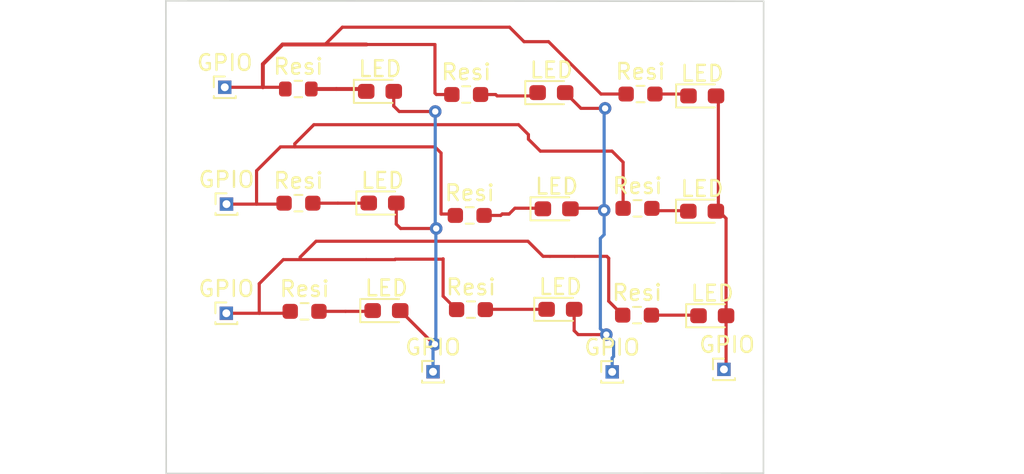
<source format=kicad_pcb>
(kicad_pcb (version 20211014) (generator pcbnew)
  (layers (0 "F.Cu" signal) (31 "B.Cu" signal) (34 "B.Paste" user) (35 "F.Paste" user) (36 "B.SilkS" user "B.Silkscreen") (37 "F.SilkS" user "F.Silkscreen") (38 "B.Mask" user) (39 "F.Mask" user) (44 "Edge.Cuts" user))
  (net 0 "")
  (footprint "Connector_PinHeader_1.00mm:PinHeader_1x01_P1.00mm_Vertical" (layer "F.Cu") (at 82.9 48.48)
    (fp_text reference "GPIO" (at 0 -1.56) (layer "F.SilkS"))
    (fp_text value "PinHeader_1x01_P1.00mm_Vertical")
    (fp_line (start -0.695 0.685) (end -0.695 0.56) (layer "F.SilkS") (width 0.12))
    (fp_line (start -0.695 0.685) (end -0.608276 0.685) (layer "F.SilkS") (width 0.12))
    (fp_line (start -0.695 0.685) (end 0.695 0.685) (layer "F.SilkS") (width 0.12))
    (fp_line (start 0.695 0.685) (end 0.695 0.56) (layer "F.SilkS") (width 0.12))
    (fp_line (start -0.695 -0.685) (end 0 -0.685) (layer "F.SilkS") (width 0.12))
    (fp_line (start 0.608276 0.685) (end 0.695 0.685) (layer "F.SilkS") (width 0.12))
    (fp_line (start -0.695 0) (end -0.695 -0.685) (layer "F.SilkS") (width 0.12))
    (pad "1" thru_hole rect (at 0 0) (size 0.85 0.85) (drill 0.5) (layers *.Cu *.Mask))
  )
  (footprint "LED_SMD:LED_0603_1608Metric_Pad1.05x0.95mm_HandSolder" (layer "F.Cu") (at 103.9825 56.21)
    (fp_text reference "LED" (at 0 -1.43) (layer "F.SilkS"))
    (fp_text value "LED_0603_1608Metric_Pad1.05x0.95mm_HandSolder")
    (fp_line (start -1.66 0.735) (end 0.8 0.735) (layer "F.SilkS") (width 0.12))
    (fp_line (start 0.8 -0.735) (end -1.66 -0.735) (layer "F.SilkS") (width 0.12))
    (fp_line (start -1.66 -0.735) (end -1.66 0.735) (layer "F.SilkS") (width 0.12))
    (pad "1" smd roundrect (at -0.875 0) (size 1.05 0.95) (layers "F.Cu" "F.Paste" "F.Mask"))
    (pad "2" smd roundrect (at 0.875 0) (size 1.05 0.95) (layers "F.Cu" "F.Paste" "F.Mask"))
  )
  (footprint "LED_SMD:LED_0603_1608Metric_Pad1.05x0.95mm_HandSolder" (layer "F.Cu") (at 113.2325 49.03)
    (fp_text reference "LED" (at 0 -1.43) (layer "F.SilkS"))
    (fp_text value "LED_0603_1608Metric_Pad1.05x0.95mm_HandSolder")
    (fp_line (start -1.66 -0.735) (end -1.66 0.735) (layer "F.SilkS") (width 0.12))
    (fp_line (start 0.8 -0.735) (end -1.66 -0.735) (layer "F.SilkS") (width 0.12))
    (fp_line (start -1.66 0.735) (end 0.8 0.735) (layer "F.SilkS") (width 0.12))
    (pad "1" smd roundrect (at -0.875 0) (size 1.05 0.95) (layers "F.Cu" "F.Paste" "F.Mask"))
    (pad "2" smd roundrect (at 0.875 0) (size 1.05 0.95) (layers "F.Cu" "F.Paste" "F.Mask"))
  )
  (footprint "LED_SMD:LED_0603_1608Metric_Pad1.05x0.95mm_HandSolder" (layer "F.Cu") (at 92.76 48.74)
    (fp_text reference "LED" (at 0 -1.43) (layer "F.SilkS"))
    (fp_text value "LED_0603_1608Metric_Pad1.05x0.95mm_HandSolder")
    (fp_line (start -1.66 0.735) (end 0.8 0.735) (layer "F.SilkS") (width 0.12))
    (fp_line (start 0.8 -0.735) (end -1.66 -0.735) (layer "F.SilkS") (width 0.12))
    (fp_line (start -1.66 -0.735) (end -1.66 0.735) (layer "F.SilkS") (width 0.12))
    (pad "1" smd roundrect (at -0.875 0) (size 1.05 0.95) (layers "F.Cu" "F.Paste" "F.Mask"))
    (pad "2" smd roundrect (at 0.875 0) (size 1.05 0.95) (layers "F.Cu" "F.Paste" "F.Mask"))
  )
  (footprint "Resistor_SMD:R_0603_1608Metric_Pad0.98x0.95mm_HandSolder" (layer "F.Cu") (at 98.2375 48.94)
    (fp_text reference "Resi" (at 0 -1.43) (layer "F.SilkS"))
    (fp_text value "R_0603_1608Metric_Pad0.98x0.95mm_HandSolder")
    (fp_line (start -0.254724 0.5225) (end 0.254724 0.5225) (layer "F.SilkS") (width 0.12))
    (fp_line (start -0.254724 -0.5225) (end 0.254724 -0.5225) (layer "F.SilkS") (width 0.12))
    (pad "1" smd roundrect (at -0.9125 0) (size 0.975 0.95) (layers "F.Cu" "F.Paste" "F.Mask"))
    (pad "2" smd roundrect (at 0.9125 0) (size 0.975 0.95) (layers "F.Cu" "F.Paste" "F.Mask"))
  )
  (footprint "LED_SMD:LED_0603_1608Metric_Pad1.05x0.95mm_HandSolder" (layer "F.Cu") (at 104.22 62.6)
    (fp_text reference "LED" (at 0 -1.43) (layer "F.SilkS"))
    (fp_text value "LED_0603_1608Metric_Pad1.05x0.95mm_HandSolder")
    (fp_line (start 0.8 -0.735) (end -1.66 -0.735) (layer "F.SilkS") (width 0.12))
    (fp_line (start -1.66 -0.735) (end -1.66 0.735) (layer "F.SilkS") (width 0.12))
    (fp_line (start -1.66 0.735) (end 0.8 0.735) (layer "F.SilkS") (width 0.12))
    (pad "1" smd roundrect (at -0.875 0) (size 1.05 0.95) (layers "F.Cu" "F.Paste" "F.Mask"))
    (pad "2" smd roundrect (at 0.875 0) (size 1.05 0.95) (layers "F.Cu" "F.Paste" "F.Mask"))
  )
  (footprint "Resistor_SMD:R_0603_1608Metric_Pad0.98x0.95mm_HandSolder" (layer "F.Cu") (at 87.97 62.73)
    (fp_text reference "Resi" (at 0 -1.43) (layer "F.SilkS"))
    (fp_text value "R_0603_1608Metric_Pad0.98x0.95mm_HandSolder")
    (fp_line (start -0.254724 -0.5225) (end 0.254724 -0.5225) (layer "F.SilkS") (width 0.12))
    (fp_line (start -0.254724 0.5225) (end 0.254724 0.5225) (layer "F.SilkS") (width 0.12))
    (pad "1" smd roundrect (at -0.9125 0) (size 0.975 0.95) (layers "F.Cu" "F.Paste" "F.Mask"))
    (pad "2" smd roundrect (at 0.9125 0) (size 0.975 0.95) (layers "F.Cu" "F.Paste" "F.Mask"))
  )
  (footprint "Resistor_SMD:R_0603_1608Metric_Pad0.98x0.95mm_HandSolder" (layer "F.Cu") (at 109.1175 56.18)
    (fp_text reference "Resi" (at 0 -1.43) (layer "F.SilkS"))
    (fp_text value "R_0603_1608Metric_Pad0.98x0.95mm_HandSolder")
    (fp_line (start -0.254724 0.5225) (end 0.254724 0.5225) (layer "F.SilkS") (width 0.12))
    (fp_line (start -0.254724 -0.5225) (end 0.254724 -0.5225) (layer "F.SilkS") (width 0.12))
    (pad "1" smd roundrect (at -0.9125 0) (size 0.975 0.95) (layers "F.Cu" "F.Paste" "F.Mask"))
    (pad "2" smd roundrect (at 0.9125 0) (size 0.975 0.95) (layers "F.Cu" "F.Paste" "F.Mask"))
  )
  (footprint "Resistor_SMD:R_0603_1608Metric_Pad0.98x0.95mm_HandSolder" (layer "F.Cu") (at 98.46 56.63)
    (fp_text reference "Resi" (at 0 -1.43) (layer "F.SilkS"))
    (fp_text value "R_0603_1608Metric_Pad0.98x0.95mm_HandSolder")
    (fp_line (start -0.254724 0.5225) (end 0.254724 0.5225) (layer "F.SilkS") (width 0.12))
    (fp_line (start -0.254724 -0.5225) (end 0.254724 -0.5225) (layer "F.SilkS") (width 0.12))
    (pad "1" smd roundrect (at -0.9125 0) (size 0.975 0.95) (layers "F.Cu" "F.Paste" "F.Mask"))
    (pad "2" smd roundrect (at 0.9125 0) (size 0.975 0.95) (layers "F.Cu" "F.Paste" "F.Mask"))
  )
  (footprint "Resistor_SMD:R_0603_1608Metric_Pad0.98x0.95mm_HandSolder" (layer "F.Cu") (at 98.54 62.62)
    (fp_text reference "Resi" (at 0 -1.43) (layer "F.SilkS"))
    (fp_text value "R_0603_1608Metric_Pad0.98x0.95mm_HandSolder")
    (fp_line (start -0.254724 0.5225) (end 0.254724 0.5225) (layer "F.SilkS") (width 0.12))
    (fp_line (start -0.254724 -0.5225) (end 0.254724 -0.5225) (layer "F.SilkS") (width 0.12))
    (pad "1" smd roundrect (at -0.9125 0) (size 0.975 0.95) (layers "F.Cu" "F.Paste" "F.Mask"))
    (pad "2" smd roundrect (at 0.9125 0) (size 0.975 0.95) (layers "F.Cu" "F.Paste" "F.Mask"))
  )
  (footprint "LED_SMD:LED_0603_1608Metric_Pad1.05x0.95mm_HandSolder" (layer "F.Cu") (at 113.2225 56.36)
    (fp_text reference "LED" (at 0 -1.43) (layer "F.SilkS"))
    (fp_text value "LED_0603_1608Metric_Pad1.05x0.95mm_HandSolder")
    (fp_line (start 0.8 -0.735) (end -1.66 -0.735) (layer "F.SilkS") (width 0.12))
    (fp_line (start -1.66 -0.735) (end -1.66 0.735) (layer "F.SilkS") (width 0.12))
    (fp_line (start -1.66 0.735) (end 0.8 0.735) (layer "F.SilkS") (width 0.12))
    (pad "1" smd roundrect (at -0.875 0) (size 1.05 0.95) (layers "F.Cu" "F.Paste" "F.Mask"))
    (pad "2" smd roundrect (at 0.875 0) (size 1.05 0.95) (layers "F.Cu" "F.Paste" "F.Mask"))
  )
  (footprint "Connector_PinHeader_1.00mm:PinHeader_1x01_P1.00mm_Vertical" (layer "F.Cu") (at 114.61 66.42)
    (fp_text reference "GPIO" (at 0.2 -1.57) (layer "F.SilkS"))
    (fp_text value "PinHeader_1x01_P1.00mm_Vertical")
    (fp_line (start 0.695 0.685) (end 0.695 0.56) (layer "F.SilkS") (width 0.12))
    (fp_line (start -0.695 0.685) (end 0.695 0.685) (layer "F.SilkS") (width 0.12))
    (fp_line (start -0.695 0.685) (end -0.695 0.56) (layer "F.SilkS") (width 0.12))
    (fp_line (start -0.695 -0.685) (end 0 -0.685) (layer "F.SilkS") (width 0.12))
    (fp_line (start -0.695 0) (end -0.695 -0.685) (layer "F.SilkS") (width 0.12))
    (fp_line (start -0.695 0.685) (end -0.608276 0.685) (layer "F.SilkS") (width 0.12))
    (fp_line (start 0.608276 0.685) (end 0.695 0.685) (layer "F.SilkS") (width 0.12))
    (pad "1" thru_hole rect (at 0 0) (size 0.85 0.85) (drill 0.5) (layers *.Cu *.Mask))
  )
  (footprint "Resistor_SMD:R_0603_1608Metric_Pad0.98x0.95mm_HandSolder" (layer "F.Cu") (at 109.31 48.91)
    (fp_text reference "Resi" (at 0 -1.43) (layer "F.SilkS"))
    (fp_text value "R_0603_1608Metric_Pad0.98x0.95mm_HandSolder")
    (fp_line (start -0.254724 0.5225) (end 0.254724 0.5225) (layer "F.SilkS") (width 0.12))
    (fp_line (start -0.254724 -0.5225) (end 0.254724 -0.5225) (layer "F.SilkS") (width 0.12))
    (pad "1" smd roundrect (at -0.9125 0) (size 0.975 0.95) (layers "F.Cu" "F.Paste" "F.Mask"))
    (pad "2" smd roundrect (at 0.9125 0) (size 0.975 0.95) (layers "F.Cu" "F.Paste" "F.Mask"))
  )
  (footprint "Connector_PinHeader_1.00mm:PinHeader_1x01_P1.00mm_Vertical" (layer "F.Cu") (at 96.13 66.57)
    (fp_text reference "GPIO" (at 0 -1.56) (layer "F.SilkS"))
    (fp_text value "PinHeader_1x01_P1.00mm_Vertical")
    (fp_line (start -0.695 0) (end -0.695 -0.685) (layer "F.SilkS") (width 0.12))
    (fp_line (start 0.608276 0.685) (end 0.695 0.685) (layer "F.SilkS") (width 0.12))
    (fp_line (start -0.695 0.685) (end 0.695 0.685) (layer "F.SilkS") (width 0.12))
    (fp_line (start -0.695 -0.685) (end 0 -0.685) (layer "F.SilkS") (width 0.12))
    (fp_line (start -0.695 0.685) (end -0.608276 0.685) (layer "F.SilkS") (width 0.12))
    (fp_line (start -0.695 0.685) (end -0.695 0.56) (layer "F.SilkS") (width 0.12))
    (fp_line (start 0.695 0.685) (end 0.695 0.56) (layer "F.SilkS") (width 0.12))
    (pad "1" thru_hole rect (at 0 0) (size 0.85 0.85) (drill 0.5) (layers *.Cu *.Mask))
  )
  (footprint "Resistor_SMD:R_0603_1608Metric" (layer "F.Cu") (at 87.57 48.59)
    (fp_text reference "Resi" (at 0 -1.43) (layer "F.SilkS"))
    (fp_text value "R_0603_1608Metric")
    (fp_line (start -0.237258 -0.5225) (end 0.237258 -0.5225) (layer "F.SilkS") (width 0.12))
    (fp_line (start -0.237258 0.5225) (end 0.237258 0.5225) (layer "F.SilkS") (width 0.12))
    (pad "1" smd roundrect (at -0.825 0) (size 0.8 0.95) (layers "F.Cu" "F.Paste" "F.Mask"))
    (pad "2" smd roundrect (at 0.825 0) (size 0.8 0.95) (layers "F.Cu" "F.Paste" "F.Mask"))
  )
  (footprint "LED_SMD:LED_0603_1608Metric_Pad1.05x0.95mm_HandSolder" (layer "F.Cu") (at 103.65 48.82)
    (fp_text reference "LED" (at 0 -1.43) (layer "F.SilkS"))
    (fp_text value "LED_0603_1608Metric_Pad1.05x0.95mm_HandSolder")
    (fp_line (start 0.8 -0.735) (end -1.66 -0.735) (layer "F.SilkS") (width 0.12))
    (fp_line (start -1.66 0.735) (end 0.8 0.735) (layer "F.SilkS") (width 0.12))
    (fp_line (start -1.66 -0.735) (end -1.66 0.735) (layer "F.SilkS") (width 0.12))
    (pad "1" smd roundrect (at -0.875 0) (size 1.05 0.95) (layers "F.Cu" "F.Paste" "F.Mask"))
    (pad "2" smd roundrect (at 0.875 0) (size 1.05 0.95) (layers "F.Cu" "F.Paste" "F.Mask"))
  )
  (footprint "Resistor_SMD:R_0603_1608Metric_Pad0.98x0.95mm_HandSolder" (layer "F.Cu") (at 87.58 55.85)
    (fp_text reference "Resi" (at 0 -1.43) (layer "F.SilkS"))
    (fp_text value "R_0603_1608Metric_Pad0.98x0.95mm_HandSolder")
    (fp_line (start -0.254724 -0.5225) (end 0.254724 -0.5225) (layer "F.SilkS") (width 0.12))
    (fp_line (start -0.254724 0.5225) (end 0.254724 0.5225) (layer "F.SilkS") (width 0.12))
    (pad "1" smd roundrect (at -0.9125 0) (size 0.975 0.95) (layers "F.Cu" "F.Paste" "F.Mask"))
    (pad "2" smd roundrect (at 0.9125 0) (size 0.975 0.95) (layers "F.Cu" "F.Paste" "F.Mask"))
  )
  (footprint "Connector_PinHeader_1.00mm:PinHeader_1x01_P1.00mm_Vertical" (layer "F.Cu") (at 107.51 66.58)
    (fp_text reference "GPIO" (at 0 -1.56) (layer "F.SilkS"))
    (fp_text value "PinHeader_1x01_P1.00mm_Vertical")
    (fp_line (start -0.695 0.685) (end 0.695 0.685) (layer "F.SilkS") (width 0.12))
    (fp_line (start 0.695 0.685) (end 0.695 0.56) (layer "F.SilkS") (width 0.12))
    (fp_line (start -0.695 -0.685) (end 0 -0.685) (layer "F.SilkS") (width 0.12))
    (fp_line (start 0.608276 0.685) (end 0.695 0.685) (layer "F.SilkS") (width 0.12))
    (fp_line (start -0.695 0.685) (end -0.608276 0.685) (layer "F.SilkS") (width 0.12))
    (fp_line (start -0.695 0.685) (end -0.695 0.56) (layer "F.SilkS") (width 0.12))
    (fp_line (start -0.695 0) (end -0.695 -0.685) (layer "F.SilkS") (width 0.12))
    (pad "1" thru_hole rect (at 0 0) (size 0.85 0.85) (drill 0.5) (layers *.Cu *.Mask))
  )
  (footprint "LED_SMD:LED_0603_1608Metric_Pad1.05x0.95mm_HandSolder" (layer "F.Cu") (at 93.17 62.68)
    (fp_text reference "LED" (at 0 -1.43) (layer "F.SilkS"))
    (fp_text value "LED_0603_1608Metric_Pad1.05x0.95mm_HandSolder")
    (fp_line (start -1.66 0.735) (end 0.8 0.735) (layer "F.SilkS") (width 0.12))
    (fp_line (start 0.8 -0.735) (end -1.66 -0.735) (layer "F.SilkS") (width 0.12))
    (fp_line (start -1.66 -0.735) (end -1.66 0.735) (layer "F.SilkS") (width 0.12))
    (pad "1" smd roundrect (at -0.875 0) (size 1.05 0.95) (layers "F.Cu" "F.Paste" "F.Mask"))
    (pad "2" smd roundrect (at 0.875 0) (size 1.05 0.95) (layers "F.Cu" "F.Paste" "F.Mask"))
  )
  (footprint "LED_SMD:LED_0603_1608Metric_Pad1.05x0.95mm_HandSolder" (layer "F.Cu") (at 92.92 55.84)
    (fp_text reference "LED" (at 0 -1.43) (layer "F.SilkS"))
    (fp_text value "LED_0603_1608Metric_Pad1.05x0.95mm_HandSolder")
    (fp_line (start -1.66 -0.735) (end -1.66 0.735) (layer "F.SilkS") (width 0.12))
    (fp_line (start 0.8 -0.735) (end -1.66 -0.735) (layer "F.SilkS") (width 0.12))
    (fp_line (start -1.66 0.735) (end 0.8 0.735) (layer "F.SilkS") (width 0.12))
    (pad "1" smd roundrect (at -0.875 0) (size 1.05 0.95) (layers "F.Cu" "F.Paste" "F.Mask"))
    (pad "2" smd roundrect (at 0.875 0) (size 1.05 0.95) (layers "F.Cu" "F.Paste" "F.Mask"))
  )
  (footprint "LED_SMD:LED_0603_1608Metric_Pad1.05x0.95mm_HandSolder" (layer "F.Cu") (at 113.87 63.01)
    (fp_text reference "LED" (at 0 -1.43) (layer "F.SilkS"))
    (fp_text value "LED_0603_1608Metric_Pad1.05x0.95mm_HandSolder")
    (fp_line (start -1.66 -0.735) (end -1.66 0.735) (layer "F.SilkS") (width 0.12))
    (fp_line (start -1.66 0.735) (end 0.8 0.735) (layer "F.SilkS") (width 0.12))
    (fp_line (start 0.8 -0.735) (end -1.66 -0.735) (layer "F.SilkS") (width 0.12))
    (pad "1" smd roundrect (at -0.875 0) (size 1.05 0.95) (layers "F.Cu" "F.Paste" "F.Mask"))
    (pad "2" smd roundrect (at 0.875 0) (size 1.05 0.95) (layers "F.Cu" "F.Paste" "F.Mask"))
  )
  (footprint "Connector_PinHeader_1.00mm:PinHeader_1x01_P1.00mm_Vertical" (layer "F.Cu") (at 83.01 55.91)
    (fp_text reference "GPIO" (at 0 -1.56) (layer "F.SilkS"))
    (fp_text value "PinHeader_1x01_P1.00mm_Vertical")
    (fp_line (start 0.608276 0.685) (end 0.695 0.685) (layer "F.SilkS") (width 0.12))
    (fp_line (start -0.695 0) (end -0.695 -0.685) (layer "F.SilkS") (width 0.12))
    (fp_line (start -0.695 -0.685) (end 0 -0.685) (layer "F.SilkS") (width 0.12))
    (fp_line (start -0.695 0.685) (end -0.608276 0.685) (layer "F.SilkS") (width 0.12))
    (fp_line (start -0.695 0.685) (end -0.695 0.56) (layer "F.SilkS") (width 0.12))
    (fp_line (start 0.695 0.685) (end 0.695 0.56) (layer "F.SilkS") (width 0.12))
    (fp_line (start -0.695 0.685) (end 0.695 0.685) (layer "F.SilkS") (width 0.12))
    (pad "1" thru_hole rect (at 0 0) (size 0.85 0.85) (drill 0.5) (layers *.Cu *.Mask))
  )
  (footprint "Resistor_SMD:R_0603_1608Metric_Pad0.98x0.95mm_HandSolder" (layer "F.Cu") (at 109.09 62.97)
    (fp_text reference "Resi" (at 0 -1.43) (layer "F.SilkS"))
    (fp_text value "R_0603_1608Metric_Pad0.98x0.95mm_HandSolder")
    (fp_line (start -0.254724 -0.5225) (end 0.254724 -0.5225) (layer "F.SilkS") (width 0.12))
    (fp_line (start -0.254724 0.5225) (end 0.254724 0.5225) (layer "F.SilkS") (width 0.12))
    (pad "1" smd roundrect (at -0.9125 0) (size 0.975 0.95) (layers "F.Cu" "F.Paste" "F.Mask"))
    (pad "2" smd roundrect (at 0.9125 0) (size 0.975 0.95) (layers "F.Cu" "F.Paste" "F.Mask"))
  )
  (footprint "Connector_PinHeader_1.00mm:PinHeader_1x01_P1.00mm_Vertical" (layer "F.Cu") (at 83 62.85)
    (fp_text reference "GPIO" (at 0 -1.56) (layer "F.SilkS"))
    (fp_text value "PinHeader_1x01_P1.00mm_Vertical")
    (fp_line (start -0.695 -0.685) (end 0 -0.685) (layer "F.SilkS") (width 0.12))
    (fp_line (start 0.695 0.685) (end 0.695 0.56) (layer "F.SilkS") (width 0.12))
    (fp_line (start -0.695 0) (end -0.695 -0.685) (layer "F.SilkS") (width 0.12))
    (fp_line (start -0.695 0.685) (end 0.695 0.685) (layer "F.SilkS") (width 0.12))
    (fp_line (start 0.608276 0.685) (end 0.695 0.685) (layer "F.SilkS") (width 0.12))
    (fp_line (start -0.695 0.685) (end -0.608276 0.685) (layer "F.SilkS") (width 0.12))
    (fp_line (start -0.695 0.685) (end -0.695 0.56) (layer "F.SilkS") (width 0.12))
    (pad "1" thru_hole rect (at 0 0) (size 0.85 0.85) (drill 0.5) (layers *.Cu *.Mask))
  )
  (gr_line (start 79.16 42.98) (end 79.18 73.04) (layer "Edge.Cuts") (width 0.1))
  (gr_line (start 117.13 43.01) (end 79.16 42.98) (layer "Edge.Cuts") (width 0.1))
  (gr_line (start 79.18 73.04) (end 117.12 73.02) (layer "Edge.Cuts") (width 0.1))
  (gr_line (start 117.12 73.02) (end 117.13 43.01) (layer "Edge.Cuts") (width 0.1))
  (segment (start 112.955 62.97) (end 112.995 63.01) (width 0.2) (layer "F.Cu") (net 0))
  (segment (start 87.35 52.07) (end 88.56 50.86) (width 0.2) (layer "F.Cu") (net 0))
  (segment (start 103.5575 59.23) (end 103.12 59.23) (width 0.2) (layer "F.Cu") (net 0))
  (segment (start 96.25 52.27) (end 96.64 52.66) (width 0.2) (layer "F.Cu") (net 0))
  (segment (start 103.47 45.58) (end 101.91 45.58) (width 0.2) (layer "F.Cu") (net 0))
  (segment (start 112.335 48.91) (end 110.2225 48.91) (width 0.2) (layer "F.Cu") (net 0))
  (segment (start 103.5575 59.23) (end 105.13 59.23) (width 0.2) (layer "F.Cu") (net 0))
  (segment (start 107.14 64.21) (end 105.35 64.21) (width 0.2) (layer "F.Cu") (net 0))
  (segment (start 104.855 56.17) (end 106.87 56.17) (width 0.2) (layer "F.Cu") (net 0))
  (segment (start 107.5 52.54) (end 108.205 53.245) (width 0.2) (layer "F.Cu") (net 0))
  (segment (start 93.635 49.675) (end 93.635 48.74) (width 0.2) (layer "F.Cu") (net 0))
  (segment (start 110.18 56.33) (end 110.03 56.18) (width 0.2) (layer "F.Cu") (net 0))
  (segment (start 100.52 56.54) (end 100.96 56.54) (width 0.2) (layer "F.Cu") (net 0))
  (segment (start 114.61 66.42) (end 114.745 66.285) (width 0.2) (layer "F.Cu") (net 0))
  (segment (start 92.245 62.73) (end 92.295 62.68) (width 0.2) (layer "F.Cu") (net 0))
  (segment (start 96.34 48.94) (end 97.325 48.94) (width 0.2) (layer "F.Cu") (net 0))
  (segment (start 110.0025 62.97) (end 112.955 62.97) (width 0.2) (layer "F.Cu") (net 0))
  (segment (start 96.75 59.41) (end 96.77 59.39) (width 0.2) (layer "F.Cu") (net 0))
  (segment (start 112.505 56.33) (end 110.18 56.33) (width 0.2) (layer "F.Cu") (net 0))
  (segment (start 105.13 59.23) (end 107.17 59.23) (width 0.2) (layer "F.Cu") (net 0))
  (segment (start 103.345 62.6) (end 99.4725 62.6) (width 0.2) (layer "F.Cu") (net 0))
  (segment (start 105.095 63.955) (end 105.095 62.6) (width 0.2) (layer "F.Cu") (net 0))
  (segment (start 93.795 57.185) (end 93.795 55.84) (width 0.2) (layer "F.Cu") (net 0))
  (segment (start 102.9475 52.54) (end 107.5 52.54) (width 0.2) (layer "F.Cu") (net 0))
  (segment (start 87.35 52.27) (end 87.35 52.07) (width 0.2) (layer "F.Cu") (net 0))
  (segment (start 84.92 55.91) (end 86.6075 55.91) (width 0.2) (layer "F.Cu") (net 0))
  (segment (start 105.525 49.82) (end 104.525 48.82) (width 0.2) (layer "F.Cu") (net 0))
  (segment (start 96.77 59.39) (end 96.77 61.7625) (width 0.2) (layer "F.Cu") (net 0))
  (segment (start 93.7425 59.41) (end 96.75 59.41) (width 0.2) (layer "F.Cu") (net 0))
  (segment (start 100.43 56.63) (end 100.52 56.54) (width 0.2) (layer "F.Cu") (net 0))
  (segment (start 96.27 50.02) (end 93.98 50.02) (width 0.2) (layer "F.Cu") (net 0))
  (segment (start 86.635 48.48) (end 86.745 48.59) (width 0.2) (layer "F.Cu") (net 0))
  (segment (start 100.11 48.94) (end 100.2 49.03) (width 0.2) (layer "F.Cu") (net 0))
  (segment (start 106.8 48.91) (end 103.47 45.58) (width 0.2) (layer "F.Cu") (net 0))
  (segment (start 94.07 57.46) (end 93.795 57.185) (width 0.2) (layer "F.Cu") (net 0))
  (segment (start 91.9 45.76) (end 96.2525 45.76) (width 0.2) (layer "F.Cu") (net 0))
  (segment (start 96.64 56.54) (end 97.4575 56.54) (width 0.2) (layer "F.Cu") (net 0))
  (segment (start 93.7125 59.44) (end 93.7425 59.41) (width 0.2) (layer "F.Cu") (net 0))
  (segment (start 101.33 56.17) (end 103.105 56.17) (width 0.2) (layer "F.Cu") (net 0))
  (segment (start 96.2525 45.76) (end 96.2525 48.8525) (width 0.2) (layer "F.Cu") (net 0))
  (segment (start 96.2525 48.8525) (end 96.34 48.94) (width 0.2) (layer "F.Cu") (net 0))
  (segment (start 88.56 50.86) (end 101.56 50.86) (width 0.2) (layer "F.Cu") (net 0))
  (segment (start 102.19 51.49) (end 102.19 51.7825) (width 0.2) (layer "F.Cu") (net 0))
  (segment (start 85.32 47.01) (end 85.32 48.48) (width 0.25) (layer "F.Cu") (net 0))
  (segment (start 85.09 60.97) (end 85.09 62.85) (width 0.2) (layer "F.Cu") (net 0))
  (segment (start 99.15 48.94) (end 100.11 48.94) (width 0.2) (layer "F.Cu") (net 0))
  (segment (start 107.29 59.35) (end 107.29 62.0825) (width 0.2) (layer "F.Cu") (net 0))
  (segment (start 90.57 62.73) (end 92.245 62.73) (width 0.2) (layer "F.Cu") (net 0))
  (segment (start 86.44 52.27) (end 84.92 53.79) (width 0.2) (layer "F.Cu") (net 0))
  (segment (start 85.32 48.48) (end 86.635 48.48) (width 0.2) (layer "F.Cu") (net 0))
  (segment (start 99.4725 62.6) (end 99.4525 62.62) (width 0.2) (layer "F.Cu") (net 0))
  (segment (start 83.01 55.91) (end 84.92 55.91) (width 0.2) (layer "F.Cu") (net 0))
  (segment (start 103.12 59.23) (end 102.16 58.27) (width 0.2) (layer "F.Cu") (net 0))
  (segment (start 100.2 49.03) (end 102.565 49.03) (width 0.2) (layer "F.Cu") (net 0))
  (segment (start 100.99 44.66) (end 90.37 44.66) (width 0.2) (layer "F.Cu") (net 0))
  (segment (start 96.25 64.82) (end 96.185 64.82) (width 0.2) (layer "F.Cu") (net 0))
  (segment (start 100.96 56.54) (end 101.33 56.17) (width 0.2) (layer "F.Cu") (net 0))
  (segment (start 97.4575 56.54) (end 97.5475 56.63) (width 0.2) (layer "F.Cu") (net 0))
  (segment (start 96.64 52.66) (end 96.64 56.54) (width 0.2) (layer "F.Cu") (net 0))
  (segment (start 91.735 48.59) (end 91.885 48.74) (width 0.25) (layer "F.Cu") (net 0))
  (segment (start 102.565 49.03) (end 102.775 48.82) (width 0.2) (layer "F.Cu") (net 0))
  (segment (start 89.99 48.59) (end 91.735 48.59) (width 0.25) (layer "F.Cu") (net 0))
  (segment (start 88.8825 62.73) (end 90.57 62.73) (width 0.2) (layer "F.Cu") (net 0))
  (segment (start 105.35 64.21) (end 105.095 63.955) (width 0.2) (layer "F.Cu") (net 0))
  (segment (start 86.9375 62.85) (end 87.0575 62.73) (width 0.2) (layer "F.Cu") (net 0))
  (segment (start 114.255 56.33) (end 114.255 49.0425) (width 0.2) (layer "F.Cu") (net 0))
  (segment (start 102.16 58.27) (end 88.7 58.27) (width 0.2) (layer "F.Cu") (net 0))
  (segment (start 96.185 64.82) (end 94.045 62.68) (width 0.2) (layer "F.Cu") (net 0))
  (segment (start 91.9 45.76) (end 89.27 45.76) (width 0.25) (layer "F.Cu") (net 0))
  (segment (start 93.98 50.02) (end 93.635 49.675) (width 0.2) (layer "F.Cu") (net 0))
  (segment (start 87.69 59.44) (end 86.62 59.44) (width 0.2) (layer "F.Cu") (net 0))
  (segment (start 84.92 53.79) (end 84.92 55.91) (width 0.2) (layer "F.Cu") (net 0))
  (segment (start 102.19 51.7825) (end 102.9475 52.54) (width 0.2) (layer "F.Cu") (net 0))
  (segment (start 90.37 44.66) (end 89.27 45.76) (width 0.2) (layer "F.Cu") (net 0))
  (segment (start 90.08 55.85) (end 92.035 55.85) (width 0.2) (layer "F.Cu") (net 0))
  (segment (start 92.035 55.85) (end 92.045 55.84) (width 0.2) (layer "F.Cu") (net 0))
  (segment (start 96.77 61.7625) (end 97.6275 62.62) (width 0.2) (layer "F.Cu") (net 0))
  (segment (start 82.9 48.48) (end 85.32 48.48) (width 0.2) (layer "F.Cu") (net 0))
  (segment (start 107.06 49.82) (end 105.525 49.82) (width 0.2) (layer "F.Cu") (net 0))
  (segment (start 83 62.85) (end 85.09 62.85) (width 0.2) (layer "F.Cu") (net 0))
  (segment (start 88.395 48.59) (end 89.99 48.59) (width 0.25) (layer "F.Cu") (net 0))
  (segment (start 87.35 52.27) (end 86.44 52.27) (width 0.2) (layer "F.Cu") (net 0))
  (segment (start 114.745 56.82) (end 114.255 56.33) (width 0.2) (layer "F.Cu") (net 0))
  (segment (start 99.3725 56.63) (end 100.43 56.63) (width 0.2) (layer "F.Cu") (net 0))
  (segment (start 86.6075 55.91) (end 86.6675 55.85) (width 0.2) (layer "F.Cu") (net 0))
  (segment (start 100.5225 56.54) (end 100.96 56.54) (width 0.2) (layer "F.Cu") (net 0))
  (segment (start 101.91 45.58) (end 100.99 44.66) (width 0.2) (layer "F.Cu") (net 0))
  (segment (start 86.57 45.76) (end 85.32 47.01) (width 0.25) (layer "F.Cu") (net 0))
  (segment (start 96.33 57.46) (end 94.07 57.46) (width 0.2) (layer "F.Cu") (net 0))
  (segment (start 106.87 56.17) (end 107 56.3) (width 0.2) (layer "F.Cu") (net 0))
  (segment (start 87.35 52.27) (end 96.25 52.27) (width 0.2) (layer "F.Cu") (net 0))
  (segment (start 91.8875 59.44) (end 93.7125 59.44) (width 0.2) (layer "F.Cu") (net 0))
  (segment (start 114.745 66.285) (end 114.745 63.01) (width 0.2) (layer "F.Cu") (net 0))
  (segment (start 88.4925 55.85) (end 90.08 55.85) (width 0.2) (layer "F.Cu") (net 0))
  (segment (start 88.7 58.27) (end 87.69 59.28) (width 0.2) (layer "F.Cu") (net 0))
  (segment (start 87.69 59.28) (end 87.69 59.44) (width 0.2) (layer "F.Cu") (net 0))
  (segment (start 91.8875 59.44) (end 87.69 59.44) (width 0.2) (layer "F.Cu") (net 0))
  (segment (start 108.3975 48.91) (end 106.8 48.91) (width 0.2) (layer "F.Cu") (net 0))
  (segment (start 85.09 62.85) (end 86.9375 62.85) (width 0.2) (layer "F.Cu") (net 0))
  (segment (start 86.62 59.44) (end 85.09 60.97) (width 0.2) (layer "F.Cu") (net 0))
  (segment (start 114.745 63.01) (end 114.745 56.82) (width 0.2) (layer "F.Cu") (net 0))
  (segment (start 107.17 59.23) (end 107.29 59.35) (width 0.2) (layer "F.Cu") (net 0))
  (segment (start 101.56 50.86) (end 102.19 51.49) (width 0.2) (layer "F.Cu") (net 0))
  (segment (start 89.27 45.76) (end 86.57 45.76) (width 0.25) (layer "F.Cu") (net 0))
  (segment (start 108.205 53.245) (end 108.205 56.18) (width 0.2) (layer "F.Cu") (net 0))
  (segment (start 107.29 62.0825) (end 108.1775 62.97) (width 0.2) (layer "F.Cu") (net 0))
  (via (at 96.33 57.46) (size 0.8) (drill 0.4) (layers "F.Cu" "B.Cu") (net 0))
  (via (at 96.25 64.82) (size 0.8) (drill 0.4) (layers "F.Cu" "B.Cu") (net 0))
  (via (at 107 56.3) (size 0.8) (drill 0.4) (layers "F.Cu" "B.Cu") (net 0))
  (via (at 107.14 64.21) (size 0.8) (drill 0.4) (layers "F.Cu" "B.Cu") (net 0))
  (via (at 107.06 49.82) (size 0.8) (drill 0.4) (layers "F.Cu" "B.Cu") (net 0))
  (via (at 96.27 50.02) (size 0.8) (drill 0.4) (layers "F.Cu" "B.Cu") (net 0))
  (segment (start 96.27 50.02) (end 96.27 57.4) (width 0.2) (layer "B.Cu") (net 0))
  (segment (start 96.27 57.4) (end 96.33 57.46) (width 0.2) (layer "B.Cu") (net 0))
  (segment (start 96.13 64.94) (end 96.13 66.57) (width 0.2) (layer "B.Cu") (net 0))
  (segment (start 107.6 64.67) (end 107.6 65.6) (width 0.2) (layer "B.Cu") (net 0))
  (segment (start 107.51 65.69) (end 107.51 66.58) (width 0.2) (layer "B.Cu") (net 0))
  (segment (start 96.25 64.82) (end 96.31 64.76) (width 0.2) (layer "B.Cu") (net 0))
  (segment (start 96.31 64.76) (end 96.31 57.48) (width 0.2) (layer "B.Cu") (net 0))
  (segment (start 107.6 65.6) (end 107.51 65.69) (width 0.2) (layer "B.Cu") (net 0))
  (segment (start 106.76 63.83) (end 106.76 58.09) (width 0.2) (layer "B.Cu") (net 0))
  (segment (start 107 57.85) (end 107 56.3) (width 0.2) (layer "B.Cu") (net 0))
  (segment (start 106.76 58.09) (end 107 57.85) (width 0.2) (layer "B.Cu") (net 0))
  (segment (start 96.31 57.48) (end 96.33 57.46) (width 0.2) (layer "B.Cu") (net 0))
  (segment (start 107.14 64.21) (end 106.76 63.83) (width 0.2) (layer "B.Cu") (net 0))
  (segment (start 107 49.88) (end 107.06 49.82) (width 0.2) (layer "B.Cu") (net 0))
  (segment (start 96.25 64.82) (end 96.13 64.94) (width 0.2) (layer "B.Cu") (net 0))
  (segment (start 107 56.3) (end 107 49.88) (width 0.2) (layer "B.Cu") (net 0))
  (segment (start 107.14 64.21) (end 107.6 64.67) (width 0.2) (layer "B.Cu") (net 0))
)
</source>
